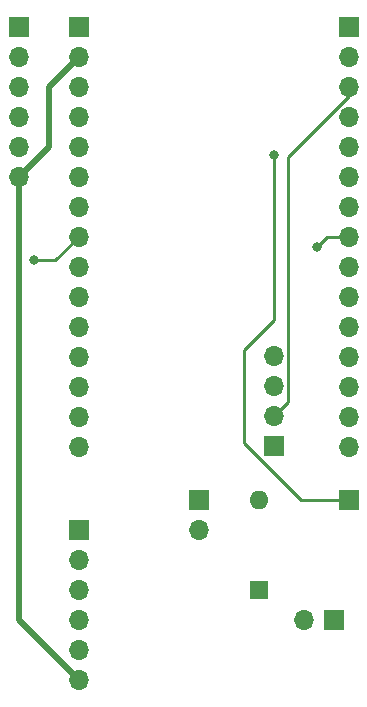
<source format=gbr>
%TF.GenerationSoftware,KiCad,Pcbnew,(5.1.6-0)*%
%TF.CreationDate,2022-10-03T16:44:33+02:00*%
%TF.ProjectId,Ouidire_v1,4f756964-6972-4655-9f76-312e6b696361,rev?*%
%TF.SameCoordinates,Original*%
%TF.FileFunction,Copper,L2,Bot*%
%TF.FilePolarity,Positive*%
%FSLAX46Y46*%
G04 Gerber Fmt 4.6, Leading zero omitted, Abs format (unit mm)*
G04 Created by KiCad (PCBNEW (5.1.6-0)) date 2022-10-03 16:44:33*
%MOMM*%
%LPD*%
G01*
G04 APERTURE LIST*
%TA.AperFunction,ComponentPad*%
%ADD10R,1.700000X1.700000*%
%TD*%
%TA.AperFunction,ComponentPad*%
%ADD11O,1.700000X1.700000*%
%TD*%
%TA.AperFunction,ComponentPad*%
%ADD12R,1.600000X1.600000*%
%TD*%
%TA.AperFunction,ComponentPad*%
%ADD13O,1.600000X1.600000*%
%TD*%
%TA.AperFunction,ViaPad*%
%ADD14C,0.800000*%
%TD*%
%TA.AperFunction,Conductor*%
%ADD15C,0.250000*%
%TD*%
%TA.AperFunction,Conductor*%
%ADD16C,0.500000*%
%TD*%
G04 APERTURE END LIST*
D10*
%TO.P,PCM5102,1*%
%TO.N,GND*%
X127000000Y-76755001D03*
D11*
%TO.P,PCM5102,2*%
%TO.N,BCK*%
X127000000Y-79295001D03*
%TO.P,PCM5102,3*%
%TO.N,DOUT*%
X127000000Y-81835001D03*
%TO.P,PCM5102,4*%
%TO.N,LCK*%
X127000000Y-84375001D03*
%TO.P,PCM5102,5*%
%TO.N,GND*%
X127000000Y-86915001D03*
%TO.P,PCM5102,6*%
%TO.N,+3V3*%
X127000000Y-89455001D03*
%TD*%
D10*
%TO.P,JST_LedBtn1,1*%
%TO.N,GND*%
X148590000Y-112268000D03*
D11*
%TO.P,JST_LedBtn1,2*%
%TO.N,RST*%
X148590000Y-109728000D03*
%TO.P,JST_LedBtn1,3*%
%TO.N,Net-(JST_LedBtn1-Pad3)*%
X148590000Y-107188000D03*
%TO.P,JST_LedBtn1,4*%
%TO.N,LED*%
X148590000Y-104648000D03*
%TD*%
%TO.P,Coil1,2*%
%TO.N,Net-(Coil1-Pad2)*%
X142240000Y-119380000D03*
D10*
%TO.P,Coil1,1*%
%TO.N,Net-(Coil1-Pad1)*%
X142240000Y-116840000D03*
%TD*%
%TO.P,Coil2,1*%
%TO.N,Net-(Coil1-Pad1)*%
X153670000Y-127000000D03*
D11*
%TO.P,Coil2,2*%
%TO.N,Net-(Coil1-Pad2)*%
X151130000Y-127000000D03*
%TD*%
D12*
%TO.P,D1,1*%
%TO.N,Net-(Coil1-Pad2)*%
X147320000Y-124460000D03*
D13*
%TO.P,D1,2*%
%TO.N,Net-(Coil1-Pad1)*%
X147320000Y-116840000D03*
%TD*%
D10*
%TO.P,VUSB+,1*%
%TO.N,Net-(J1-Pad1)*%
X154940000Y-116840000D03*
%TD*%
D11*
%TO.P,SeeedRFID1,6*%
%TO.N,+3V3*%
X132080000Y-132080000D03*
%TO.P,SeeedRFID1,5*%
%TO.N,GND*%
X132080000Y-129540000D03*
%TO.P,SeeedRFID1,4*%
%TO.N,RX*%
X132080000Y-127000000D03*
%TO.P,SeeedRFID1,3*%
%TO.N,TX*%
X132080000Y-124460000D03*
%TO.P,SeeedRFID1,2*%
%TO.N,Net-(SeeedRFID1-Pad2)*%
X132080000Y-121920000D03*
D10*
%TO.P,SeeedRFID1,1*%
%TO.N,Net-(SeeedRFID1-Pad1)*%
X132080000Y-119380000D03*
%TD*%
%TO.P,TTGO_T8_V1.7_L1,1*%
%TO.N,Net-(TTGO_T8_V1.7_L1-Pad1)*%
X154940000Y-76755001D03*
D11*
%TO.P,TTGO_T8_V1.7_L1,2*%
%TO.N,Net-(TTGO_T8_V1.7_L1-Pad2)*%
X154940000Y-79295001D03*
%TO.P,TTGO_T8_V1.7_L1,3*%
%TO.N,RST*%
X154940000Y-81835001D03*
%TO.P,TTGO_T8_V1.7_L1,4*%
%TO.N,Net-(R1-Pad2)*%
X154940000Y-84375001D03*
%TO.P,TTGO_T8_V1.7_L1,5*%
%TO.N,Net-(TTGO_T8_V1.7_L1-Pad5)*%
X154940000Y-86915001D03*
%TO.P,TTGO_T8_V1.7_L1,6*%
%TO.N,Net-(TTGO_T8_V1.7_L1-Pad6)*%
X154940000Y-89455001D03*
%TO.P,TTGO_T8_V1.7_L1,7*%
%TO.N,Net-(TTGO_T8_V1.7_L1-Pad7)*%
X154940000Y-91995001D03*
%TO.P,TTGO_T8_V1.7_L1,8*%
%TO.N,LCK*%
X154940000Y-94535001D03*
%TO.P,TTGO_T8_V1.7_L1,9*%
%TO.N,BCK*%
X154940000Y-97075001D03*
%TO.P,TTGO_T8_V1.7_L1,10*%
%TO.N,Net-(TTGO_T8_V1.7_L1-Pad10)*%
X154940000Y-99615001D03*
%TO.P,TTGO_T8_V1.7_L1,11*%
%TO.N,Net-(TTGO_T8_V1.7_L1-Pad11)*%
X154940000Y-102155001D03*
%TO.P,TTGO_T8_V1.7_L1,12*%
%TO.N,LED*%
X154940000Y-104695001D03*
%TO.P,TTGO_T8_V1.7_L1,13*%
%TO.N,Net-(TTGO_T8_V1.7_L1-Pad13)*%
X154940000Y-107235001D03*
%TO.P,TTGO_T8_V1.7_L1,14*%
%TO.N,Net-(TTGO_T8_V1.7_L1-Pad14)*%
X154940000Y-109775001D03*
%TO.P,TTGO_T8_V1.7_L1,15*%
%TO.N,GND*%
X154940000Y-112315001D03*
%TD*%
%TO.P,TTGO_T8_V1.7_R1,15*%
%TO.N,Net-(TTGO_T8_V1.7_R1-Pad15)*%
X132080000Y-112315001D03*
%TO.P,TTGO_T8_V1.7_R1,14*%
%TO.N,Net-(TTGO_T8_V1.7_R1-Pad14)*%
X132080000Y-109775001D03*
%TO.P,TTGO_T8_V1.7_R1,13*%
%TO.N,Net-(TTGO_T8_V1.7_R1-Pad13)*%
X132080000Y-107235001D03*
%TO.P,TTGO_T8_V1.7_R1,12*%
%TO.N,GND*%
X132080000Y-104695001D03*
%TO.P,TTGO_T8_V1.7_R1,11*%
%TO.N,Net-(TTGO_T8_V1.7_R1-Pad11)*%
X132080000Y-102155001D03*
%TO.P,TTGO_T8_V1.7_R1,10*%
%TO.N,Net-(TTGO_T8_V1.7_R1-Pad10)*%
X132080000Y-99615001D03*
%TO.P,TTGO_T8_V1.7_R1,9*%
%TO.N,Net-(TTGO_T8_V1.7_R1-Pad9)*%
X132080000Y-97075001D03*
%TO.P,TTGO_T8_V1.7_R1,8*%
%TO.N,RX*%
X132080000Y-94535001D03*
%TO.P,TTGO_T8_V1.7_R1,7*%
%TO.N,TX*%
X132080000Y-91995001D03*
%TO.P,TTGO_T8_V1.7_R1,6*%
%TO.N,DOUT*%
X132080000Y-89455001D03*
%TO.P,TTGO_T8_V1.7_R1,5*%
%TO.N,Net-(TTGO_T8_V1.7_R1-Pad5)*%
X132080000Y-86915001D03*
%TO.P,TTGO_T8_V1.7_R1,4*%
%TO.N,Net-(TTGO_T8_V1.7_R1-Pad4)*%
X132080000Y-84375001D03*
%TO.P,TTGO_T8_V1.7_R1,3*%
%TO.N,Net-(TTGO_T8_V1.7_R1-Pad3)*%
X132080000Y-81835001D03*
%TO.P,TTGO_T8_V1.7_R1,2*%
%TO.N,+3V3*%
X132080000Y-79295001D03*
D10*
%TO.P,TTGO_T8_V1.7_R1,1*%
%TO.N,GND*%
X132080000Y-76755001D03*
%TD*%
D14*
%TO.N,Net-(J1-Pad1)*%
X148590000Y-87630000D03*
%TO.N,LCK*%
X152244847Y-95405153D03*
%TO.N,RX*%
X128270000Y-96520000D03*
%TD*%
D15*
%TO.N,Net-(J1-Pad1)*%
X150876998Y-116840000D02*
X146050000Y-112013002D01*
X154940000Y-116840000D02*
X150876998Y-116840000D01*
X146050000Y-112013002D02*
X146050000Y-104140000D01*
X148590000Y-101600000D02*
X148590000Y-87630000D01*
X146050000Y-104140000D02*
X148590000Y-101600000D01*
%TO.N,RST*%
X149765001Y-87810998D02*
X154940000Y-82635999D01*
X154940000Y-82635999D02*
X154940000Y-81835001D01*
X149765001Y-108552999D02*
X149765001Y-87810998D01*
X148590000Y-109728000D02*
X149765001Y-108552999D01*
%TO.N,LCK*%
X153114999Y-94535001D02*
X154940000Y-94535001D01*
X152244847Y-95405153D02*
X153114999Y-94535001D01*
D16*
%TO.N,+3V3*%
X132080000Y-79295001D02*
X129540000Y-81835001D01*
X129540000Y-86915001D02*
X127000000Y-89455001D01*
X129540000Y-81835001D02*
X129540000Y-86915001D01*
X127000000Y-127000000D02*
X132080000Y-132080000D01*
X127000000Y-89455001D02*
X127000000Y-127000000D01*
D15*
%TO.N,RX*%
X130095001Y-96520000D02*
X132080000Y-94535001D01*
X128270000Y-96520000D02*
X130095001Y-96520000D01*
%TD*%
M02*

</source>
